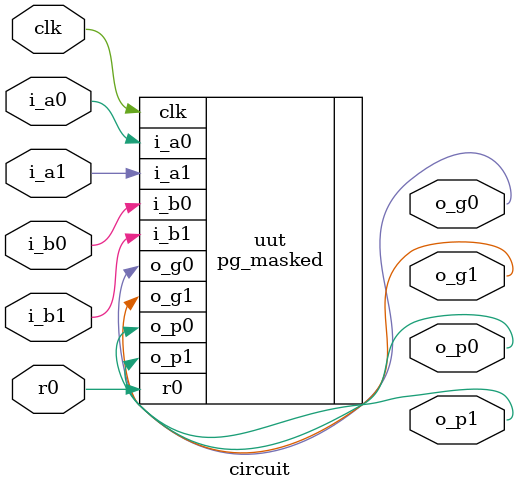
<source format=v>
module circuit (
  input  wire clk,

  input  wire i_a0, i_a1,
  input  wire i_b0, i_b1,
  input  wire r0,

  output wire o_p0, o_p1,
  output wire o_g0, o_g1
);

  pg_masked uut (
    .clk(clk),

    .i_a0(i_a0), .i_a1(i_a1),
    .i_b0(i_b0), .i_b1(i_b1),
    .r0(r0),

    .o_p0(o_p0), .o_p1(o_p1),
    .o_g0(o_g0), .o_g1(o_g1)
  );

endmodule

</source>
